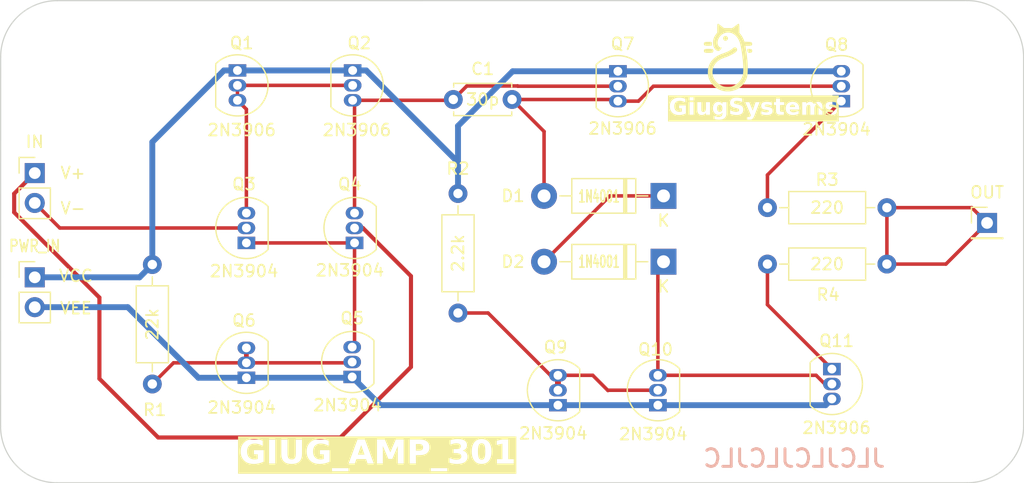
<source format=kicad_pcb>
(kicad_pcb (version 20240108) (generator "pcbnew") (generator_version "8.0")
  (title_block (title "Giug_Amp_301"))
  (layers (0 "F.Cu" signal) (31 "B.Cu" signal) (34 "B.Paste" user) (35 "F.Paste" user) (36 "B.SilkS" user "B.Silkscreen") (37 "F.SilkS" user "F.Silkscreen") (38 "B.Mask" user) (39 "F.Mask" user) (44 "Edge.Cuts" user))
  (net 0 "")
  (net 1 "Net-(D1-A)")
  (net 2 "Net-(D1-K)")
  (net 3 "Net-(D2-K)")
  (net 4 "V-")
  (net 5 "V+")
  (net 6 "VEE")
  (net 7 "VCC")
  (net 8 "OUT")
  (net 9 "Net-(Q1-B)")
  (net 10 "Net-(Q2-C)")
  (net 11 "Net-(Q3-E)")
  (net 12 "Net-(Q5-B)")
  (net 13 "Net-(Q8-E)")
  (net 14 "Net-(Q10-B)")
  (net 15 "Net-(Q11-E)")
  (footprint "Connector_PinHeader_2.54mm:PinHeader_1x02_P2.54mm_Vertical" (layer "F.Cu") (at 76 81.125)
    (property "Reference" "PWR_IN" (at 0 -2.66 0) (layer "F.SilkS") (effects (font (size 1 0.8))))
    (property "Value" "Conn_01x02_Pin" (hide yes))
    (fp_line (start -1.33 -1.33) (end 0 -1.33) (stroke (width 0.12)) (layer "F.SilkS"))
    (fp_line (start -1.33 0) (end -1.33 -1.33) (stroke (width 0.12)) (layer "F.SilkS"))
    (fp_line (start -1.33 1.27) (end -1.33 3.87) (stroke (width 0.12)) (layer "F.SilkS"))
    (fp_line (start -1.33 1.27) (end 1.33 1.27) (stroke (width 0.12)) (layer "F.SilkS"))
    (fp_line (start -1.33 3.87) (end 1.33 3.87) (stroke (width 0.12)) (layer "F.SilkS"))
    (fp_line (start 1.33 1.27) (end 1.33 3.87) (stroke (width 0.12)) (layer "F.SilkS"))
    (pad "1" thru_hole rect (at 0 0) (size 1.7 1.7) (drill 1) (layers "*.Cu" "*.Mask") (net 7 "VCC"))
    (pad "2" thru_hole oval (at 0 2.54) (size 1.7 1.7) (drill 1) (layers "*.Cu" "*.Mask") (net 6 "VEE"))
  )
  (footprint "Connector_PinHeader_2.54mm:PinHeader_1x01_P2.54mm_Vertical" (layer "F.Cu") (at 157 76.5)
    (property "Reference" "OUT" (at 0 -2.6 0) (layer "F.SilkS"))
    (property "Value" "Conn_01x01_Pin" (hide yes))
    (fp_line (start -1.33 -1.33) (end 0 -1.33) (stroke (width 0.12)) (layer "F.SilkS"))
    (fp_line (start -1.33 0) (end -1.33 -1.33) (stroke (width 0.12)) (layer "F.SilkS"))
    (fp_line (start -1.33 1.27) (end -1.33 1.33) (stroke (width 0.12)) (layer "F.SilkS"))
    (fp_line (start -1.33 1.27) (end 1.33 1.27) (stroke (width 0.12)) (layer "F.SilkS"))
    (fp_line (start -1.33 1.33) (end 1.33 1.33) (stroke (width 0.12)) (layer "F.SilkS"))
    (fp_line (start 1.33 1.27) (end 1.33 1.33) (stroke (width 0.12)) (layer "F.SilkS"))
    (pad "1" thru_hole rect (at 0 0) (size 1.7 1.7) (drill 1) (layers "*.Cu" "*.Mask") (net 8 "OUT"))
  )
  (footprint "Diode_THT:D_DO-41_SOD81_P10.16mm_Horizontal" (layer "F.Cu") (at 129.48 79.8 180)
    (property "Reference" "D2" (at 12.8 0 0) (layer "F.SilkS"))
    (property "Value" "1N4001" (at 5.48 0 0) (layer "F.SilkS") (effects (font (size 1 0.6))))
    (fp_line (start 8.82 0) (end 7.8 0) (stroke (width 0.12)) (layer "F.SilkS"))
    (fp_line (start 7.8 1.47) (end 7.8 -1.47) (stroke (width 0.12)) (layer "F.SilkS"))
    (fp_line (start 7.8 -1.47) (end 2.36 -1.47) (stroke (width 0.12)) (layer "F.SilkS"))
    (fp_line (start 3.38 -1.47) (end 3.38 1.47) (stroke (width 0.12)) (layer "F.SilkS"))
    (fp_line (start 3.26 -1.47) (end 3.26 1.47) (stroke (width 0.12)) (layer "F.SilkS"))
    (fp_line (start 3.14 -1.47) (end 3.14 1.47) (stroke (width 0.12)) (layer "F.SilkS"))
    (fp_line (start 2.36 1.47) (end 7.8 1.47) (stroke (width 0.12)) (layer "F.SilkS"))
    (fp_line (start 2.36 -1.47) (end 2.36 1.47) (stroke (width 0.12)) (layer "F.SilkS"))
    (fp_line (start 1.34 0) (end 2.36 0) (stroke (width 0.12)) (layer "F.SilkS"))
    (fp_text user "K" (at 0 -2.1 0) (layer "F.SilkS"))
    (pad "1" thru_hole rect (at 0 0 180) (size 2.2 2.2) (drill 1.1) (layers "*.Cu" "*.Mask") (net 3 "Net-(D2-K)"))
    (pad "2" thru_hole oval (at 10.16 0 180) (size 2.2 2.2) (drill 1.1) (layers "*.Cu" "*.Mask") (net 2 "Net-(D1-K)"))
  )
  (footprint "MountingHole:MountingHole_3.2mm_M3" (layer "F.Cu") (at 77.8 62.4)
    (property "Reference" "H1" (hide yes))
    (property "Value" "MountingHole" (hide yes))
    (pad "" np_thru_hole circle (at 0 0) (size 3.2 3.2) (drill 3.2) (layers "*.Cu" "*.Mask"))
  )
  (footprint "Package_TO_SOT_THT:TO-92_Inline" (layer "F.Cu") (at 144.6 66.14 90)
    (property "Reference" "Q8" (at 4.8 -0.4 180) (layer "F.SilkS"))
    (property "Value" "2N3904" (at -2.4 -0.4 180) (layer "F.SilkS"))
    (fp_line (start -0.53 1.85) (end 3.07 1.85) (stroke (width 0.12)) (layer "F.SilkS"))
    (fp_arc (start 1.27 -2.6) (mid 3.672087 -0.994977) (end 3.108478 1.838478) (stroke (width 0.12)) (layer "F.SilkS"))
    (fp_arc (start -0.568478 1.838478) (mid -1.132087 -0.994977) (end 1.27 -2.6) (stroke (width 0.12)) (layer "F.SilkS"))
    (pad "1" thru_hole rect (at 0 0 90) (size 1.05 1.5) (drill 0.75) (layers "*.Cu" "*.Mask") (net 13 "Net-(Q8-E)"))
    (pad "2" thru_hole oval (at 1.27 0 90) (size 1.05 1.5) (drill 0.75) (layers "*.Cu" "*.Mask") (net 1 "Net-(D1-A)"))
    (pad "3" thru_hole oval (at 2.54 0 90) (size 1.05 1.5) (drill 0.75) (layers "*.Cu" "*.Mask") (net 7 "VCC"))
  )
  (footprint "Package_TO_SOT_THT:TO-92_Inline" (layer "F.Cu") (at 94 78.2 90)
    (property "Reference" "Q3" (at 5 -0.2 180) (layer "F.SilkS"))
    (property "Value" "2N3904" (at -2.4 -0.2 180) (layer "F.SilkS"))
    (fp_line (start -0.53 1.85) (end 3.07 1.85) (stroke (width 0.12)) (layer "F.SilkS"))
    (fp_arc (start 1.27 -2.6) (mid 3.672087 -0.994977) (end 3.108478 1.838478) (stroke (width 0.12)) (layer "F.SilkS"))
    (fp_arc (start -0.568478 1.838478) (mid -1.132087 -0.994977) (end 1.27 -2.6) (stroke (width 0.12)) (layer "F.SilkS"))
    (pad "1" thru_hole rect (at 0 0 90) (size 1.05 1.5) (drill 0.75) (layers "*.Cu" "*.Mask") (net 11 "Net-(Q3-E)"))
    (pad "2" thru_hole oval (at 1.27 0 90) (size 1.05 1.5) (drill 0.75) (layers "*.Cu" "*.Mask") (net 4 "V-"))
    (pad "3" thru_hole oval (at 2.54 0 90) (size 1.05 1.5) (drill 0.75) (layers "*.Cu" "*.Mask") (net 9 "Net-(Q1-B)"))
  )
  (footprint "Package_TO_SOT_THT:TO-92_Inline" (layer "F.Cu") (at 94 89.67 90)
    (property "Reference" "Q6" (at 4.87 -0.2 180) (layer "F.SilkS"))
    (property "Value" "2N3904" (at -2.53 -0.4 180) (layer "F.SilkS"))
    (fp_line (start -0.53 1.85) (end 3.07 1.85) (stroke (width 0.12)) (layer "F.SilkS"))
    (fp_arc (start 1.27 -2.6) (mid 3.672087 -0.994977) (end 3.108478 1.838478) (stroke (width 0.12)) (layer "F.SilkS"))
    (fp_arc (start -0.568478 1.838478) (mid -1.132087 -0.994977) (end 1.27 -2.6) (stroke (width 0.12)) (layer "F.SilkS"))
    (pad "1" thru_hole rect (at 0 0 90) (size 1.05 1.5) (drill 0.75) (layers "*.Cu" "*.Mask") (net 6 "VEE"))
    (pad "2" thru_hole oval (at 1.27 0 90) (size 1.05 1.5) (drill 0.75) (layers "*.Cu" "*.Mask") (net 12 "Net-(Q5-B)"))
    (pad "3" thru_hole oval (at 2.54 0 90) (size 1.05 1.5) (drill 0.75) (layers "*.Cu" "*.Mask") (net 12 "Net-(Q5-B)"))
  )
  (footprint "Package_TO_SOT_THT:TO-92_Inline" (layer "F.Cu") (at 129 92 90)
    (property "Reference" "Q10" (at 4.74 -0.2 180) (layer "F.SilkS"))
    (property "Value" "2N3904" (at -2.46 -0.4 180) (layer "F.SilkS"))
    (fp_line (start -0.53 1.85) (end 3.07 1.85) (stroke (width 0.12)) (layer "F.SilkS"))
    (fp_arc (start 1.27 -2.6) (mid 3.672087 -0.994977) (end 3.108478 1.838478) (stroke (width 0.12)) (layer "F.SilkS"))
    (fp_arc (start -0.568478 1.838478) (mid -1.132087 -0.994977) (end 1.27 -2.6) (stroke (width 0.12)) (layer "F.SilkS"))
    (pad "1" thru_hole rect (at 0 0 90) (size 1.05 1.5) (drill 0.75) (layers "*.Cu" "*.Mask") (net 6 "VEE"))
    (pad "2" thru_hole oval (at 1.27 0 90) (size 1.05 1.5) (drill 0.75) (layers "*.Cu" "*.Mask") (net 14 "Net-(Q10-B)"))
    (pad "3" thru_hole oval (at 2.54 0 90) (size 1.05 1.5) (drill 0.75) (layers "*.Cu" "*.Mask") (net 3 "Net-(D2-K)"))
  )
  (footprint "Package_TO_SOT_THT:TO-92_Inline" (layer "F.Cu") (at 120.5 92 90)
    (property "Reference" "Q9" (at 4.94 -0.2 180) (layer "F.SilkS"))
    (property "Value" "2N3904" (at -2.4 -0.4 180) (layer "F.SilkS"))
    (fp_line (start -0.53 1.85) (end 3.07 1.85) (stroke (width 0.12)) (layer "F.SilkS"))
    (fp_arc (start 1.27 -2.6) (mid 3.672087 -0.994977) (end 3.108478 1.838478) (stroke (width 0.12)) (layer "F.SilkS"))
    (fp_arc (start -0.568478 1.838478) (mid -1.132087 -0.994977) (end 1.27 -2.6) (stroke (width 0.12)) (layer "F.SilkS"))
    (pad "1" thru_hole rect (at 0 0 90) (size 1.05 1.5) (drill 0.75) (layers "*.Cu" "*.Mask") (net 6 "VEE"))
    (pad "2" thru_hole oval (at 1.27 0 90) (size 1.05 1.5) (drill 0.75) (layers "*.Cu" "*.Mask") (net 14 "Net-(Q10-B)"))
    (pad "3" thru_hole oval (at 2.54 0 90) (size 1.05 1.5) (drill 0.75) (layers "*.Cu" "*.Mask") (net 14 "Net-(Q10-B)"))
  )
  (footprint "Package_TO_SOT_THT:TO-92_Inline" (layer "F.Cu") (at 125.6 63.6 -90)
    (property "Reference" "Q7" (at -2.33 -0.4 180) (layer "F.SilkS"))
    (property "Value" "2N3906" (at 4.87 -0.4 180) (layer "F.SilkS"))
    (fp_line (start -0.53 1.85) (end 3.07 1.85) (stroke (width 0.12)) (layer "F.SilkS"))
    (fp_arc (start -0.568478 1.838478) (mid -1.132087 -0.994977) (end 1.27 -2.6) (stroke (width 0.12)) (layer "F.SilkS"))
    (fp_arc (start 1.27 -2.6) (mid 3.672087 -0.994977) (end 3.108478 1.838478) (stroke (width 0.12)) (layer "F.SilkS"))
    (pad "1" thru_hole rect (at 0 0 270) (size 1.05 1.5) (drill 0.75) (layers "*.Cu" "*.Mask") (net 7 "VCC"))
    (pad "2" thru_hole oval (at 1.27 0 270) (size 1.05 1.5) (drill 0.75) (layers "*.Cu" "*.Mask") (net 10 "Net-(Q2-C)"))
    (pad "3" thru_hole oval (at 2.54 0 270) (size 1.05 1.5) (drill 0.75) (layers "*.Cu" "*.Mask") (net 1 "Net-(D1-A)"))
  )
  (footprint "Package_TO_SOT_THT:TO-92_Inline" (layer "F.Cu") (at 143.8 88.93 -90)
    (property "Reference" "Q11" (at -2.4 -0.4 180) (layer "F.SilkS"))
    (property "Value" "2N3906" (at 5 -0.4 180) (layer "F.SilkS"))
    (fp_line (start -0.53 1.85) (end 3.07 1.85) (stroke (width 0.12)) (layer "F.SilkS"))
    (fp_arc (start -0.568478 1.838478) (mid -1.132087 -0.994977) (end 1.27 -2.6) (stroke (width 0.12)) (layer "F.SilkS"))
    (fp_arc (start 1.27 -2.6) (mid 3.672087 -0.994977) (end 3.108478 1.838478) (stroke (width 0.12)) (layer "F.SilkS"))
    (pad "1" thru_hole rect (at 0 0 270) (size 1.05 1.5) (drill 0.75) (layers "*.Cu" "*.Mask") (net 15 "Net-(Q11-E)"))
    (pad "2" thru_hole oval (at 1.27 0 270) (size 1.05 1.5) (drill 0.75) (layers "*.Cu" "*.Mask") (net 3 "Net-(D2-K)"))
    (pad "3" thru_hole oval (at 2.54 0 270) (size 1.05 1.5) (drill 0.75) (layers "*.Cu" "*.Mask") (net 6 "VEE"))
  )
  (footprint "Diode_THT:D_DO-41_SOD81_P10.16mm_Horizontal" (layer "F.Cu") (at 129.48 74.2 180)
    (property "Reference" "D1" (at 12.8 0 0) (layer "F.SilkS"))
    (property "Value" "1N4001" (at 5.48 -0.05 0) (layer "F.SilkS") (effects (font (size 1 0.6))))
    (fp_line (start 8.82 0) (end 7.8 0) (stroke (width 0.12)) (layer "F.SilkS"))
    (fp_line (start 7.8 1.47) (end 7.8 -1.47) (stroke (width 0.12)) (layer "F.SilkS"))
    (fp_line (start 7.8 -1.47) (end 2.36 -1.47) (stroke (width 0.12)) (layer "F.SilkS"))
    (fp_line (start 3.38 -1.47) (end 3.38 1.47) (stroke (width 0.12)) (layer "F.SilkS"))
    (fp_line (start 3.26 -1.47) (end 3.26 1.47) (stroke (width 0.12)) (layer "F.SilkS"))
    (fp_line (start 3.14 -1.47) (end 3.14 1.47) (stroke (width 0.12)) (layer "F.SilkS"))
    (fp_line (start 2.36 1.47) (end 7.8 1.47) (stroke (width 0.12)) (layer "F.SilkS"))
    (fp_line (start 2.36 -1.47) (end 2.36 1.47) (stroke (width 0.12)) (layer "F.SilkS"))
    (fp_line (start 1.34 0) (end 2.36 0) (stroke (width 0.12)) (layer "F.SilkS"))
    (fp_text user "K" (at 0 -2.1 0) (layer "F.SilkS"))
    (pad "1" thru_hole rect (at 0 0 180) (size 2.2 2.2) (drill 1.1) (layers "*.Cu" "*.Mask") (net 2 "Net-(D1-K)"))
    (pad "2" thru_hole oval (at 10.16 0 180) (size 2.2 2.2) (drill 1.1) (layers "*.Cu" "*.Mask") (net 1 "Net-(D1-A)"))
  )
  (footprint "Capacitor_THT:C_Disc_D4.7mm_W2.5mm_P5.00mm" (layer "F.Cu") (at 116.6 66 180)
    (property "Reference" "C1" (at 2.5 2.6 0) (layer "F.SilkS"))
    (property "Value" "30p" (at 2.5 0 0) (layer "F.SilkS"))
    (fp_line (start 4.97 1.055) (end 4.97 1.37) (stroke (width 0.12)) (layer "F.SilkS"))
    (fp_line (start 4.97 -1.37) (end 4.97 -1.055) (stroke (width 0.12)) (layer "F.SilkS"))
    (fp_line (start 0.03 1.37) (end 4.97 1.37) (stroke (width 0.12)) (layer "F.SilkS"))
    (fp_line (start 0.03 1.055) (end 0.03 1.37) (stroke (width 0.12)) (layer "F.SilkS"))
    (fp_line (start 0.03 -1.37) (end 4.97 -1.37) (stroke (width 0.12)) (layer "F.SilkS"))
    (fp_line (start 0.03 -1.37) (end 0.03 -1.055) (stroke (width 0.12)) (layer "F.SilkS"))
    (pad "1" thru_hole circle (at 0 0 180) (size 1.6 1.6) (drill 0.8) (layers "*.Cu" "*.Mask") (net 1 "Net-(D1-A)"))
    (pad "2" thru_hole circle (at 5 0 180) (size 1.6 1.6) (drill 0.8) (layers "*.Cu" "*.Mask") (net 10 "Net-(Q2-C)"))
  )
  (footprint "Package_TO_SOT_THT:TO-92_Inline" (layer "F.Cu") (at 103.04 63.53 -90)
    (property "Reference" "Q2" (at -2.33 -0.56 180) (layer "F.SilkS"))
    (property "Value" "2N3906" (at 5.07 -0.36 180) (layer "F.SilkS"))
    (fp_line (start -0.53 1.85) (end 3.07 1.85) (stroke (width 0.12)) (layer "F.SilkS"))
    (fp_arc (start -0.568478 1.838478) (mid -1.132087 -0.994977) (end 1.27 -2.6) (stroke (width 0.12)) (layer "F.SilkS"))
    (fp_arc (start 1.27 -2.6) (mid 3.672087 -0.994977) (end 3.108478 1.838478) (stroke (width 0.12)) (layer "F.SilkS"))
    (pad "1" thru_hole rect (at 0 0 270) (size 1.05 1.5) (drill 0.75) (layers "*.Cu" "*.Mask") (net 7 "VCC"))
    (pad "2" thru_hole oval (at 1.27 0 270) (size 1.05 1.5) (drill 0.75) (layers "*.Cu" "*.Mask") (net 9 "Net-(Q1-B)"))
    (pad "3" thru_hole oval (at 2.54 0 270) (size 1.05 1.5) (drill 0.75) (layers "*.Cu" "*.Mask") (net 10 "Net-(Q2-C)"))
  )
  (footprint "MountingHole:MountingHole_3.2mm_M3" (layer "F.Cu") (at 77.8 93.8)
    (property "Reference" "H2" (hide yes))
    (property "Value" "MountingHole" (hide yes))
    (pad "" np_thru_hole circle (at 0 0) (size 3.2 3.2) (drill 3.2) (layers "*.Cu" "*.Mask"))
  )
  (footprint "Resistor_THT:R_Axial_DIN0207_L6.3mm_D2.5mm_P10.16mm_Horizontal" (layer "F.Cu") (at 138.32 75.2)
    (property "Reference" "R3" (at 5.08 -2.37 0) (layer "F.SilkS"))
    (property "Value" "220" (at 5.08 0 0) (layer "F.SilkS"))
    (fp_line (start 1.04 0) (end 1.81 0) (stroke (width 0.12)) (layer "F.SilkS"))
    (fp_line (start 1.81 -1.37) (end 1.81 1.37) (stroke (width 0.12)) (layer "F.SilkS"))
    (fp_line (start 1.81 1.37) (end 8.35 1.37) (stroke (width 0.12)) (layer "F.SilkS"))
    (fp_line (start 8.35 -1.37) (end 1.81 -1.37) (stroke (width 0.12)) (layer "F.SilkS"))
    (fp_line (start 8.35 1.37) (end 8.35 -1.37) (stroke (width 0.12)) (layer "F.SilkS"))
    (fp_line (start 9.12 0) (end 8.35 0) (stroke (width 0.12)) (layer "F.SilkS"))
    (pad "1" thru_hole circle (at 0 0) (size 1.6 1.6) (drill 0.8) (layers "*.Cu" "*.Mask") (net 13 "Net-(Q8-E)"))
    (pad "2" thru_hole oval (at 10.16 0) (size 1.6 1.6) (drill 0.8) (layers "*.Cu" "*.Mask") (net 8 "OUT"))
  )
  (footprint "Resistor_THT:R_Axial_DIN0207_L6.3mm_D2.5mm_P10.16mm_Horizontal" (layer "F.Cu") (at 86 80.04 -90)
    (property "Reference" "R1" (at 12.36 -0.2 180) (layer "F.SilkS"))
    (property "Value" "22k" (at 5.08 0 90) (layer "F.SilkS"))
    (fp_line (start 1.81 1.37) (end 8.35 1.37) (stroke (width 0.12)) (layer "F.SilkS"))
    (fp_line (start 8.35 1.37) (end 8.35 -1.37) (stroke (width 0.12)) (layer "F.SilkS"))
    (fp_line (start 1.04 0) (end 1.81 0) (stroke (width 0.12)) (layer "F.SilkS"))
    (fp_line (start 9.12 0) (end 8.35 0) (stroke (width 0.12)) (layer "F.SilkS"))
    (fp_line (start 1.81 -1.37) (end 1.81 1.37) (stroke (width 0.12)) (layer "F.SilkS"))
    (fp_line (start 8.35 -1.37) (end 1.81 -1.37) (stroke (width 0.12)) (layer "F.SilkS"))
    (pad "1" thru_hole circle (at 0 0 270) (size 1.6 1.6) (drill 0.8) (layers "*.Cu" "*.Mask") (net 7 "VCC"))
    (pad "2" thru_hole oval (at 10.16 0 270) (size 1.6 1.6) (drill 0.8) (layers "*.Cu" "*.Mask") (net 12 "Net-(Q5-B)"))
  )
  (footprint "MountingHole:MountingHole_3.2mm_M3" (layer "F.Cu") (at 155.6 62.2)
    (property "Reference" "H3" (hide yes))
    (property "Value" "MountingHole" (hide yes))
    (pad "" np_thru_hole circle (at 0 0) (size 3.2 3.2) (drill 3.2) (layers "*.Cu" "*.Mask"))
  )
  (footprint "Package_TO_SOT_THT:TO-92_Inline" (layer "F.Cu") (at 103.2 78.2 90)
    (property "Reference" "Q4" (at 5 -0.4 180) (layer "F.SilkS"))
    (property "Value" "2N3904" (at -2.33 -0.4 180) (layer "F.SilkS"))
    (fp_line (start -0.53 1.85) (end 3.07 1.85) (stroke (width 0.12)) (layer "F.SilkS"))
    (fp_arc (start 1.27 -2.6) (mid 3.672087 -0.994977) (end 3.108478 1.838478) (stroke (width 0.12)) (layer "F.SilkS"))
    (fp_arc (start -0.568478 1.838478) (mid -1.132087 -0.994977) (end 1.27 -2.6) (stroke (width 0.12)) (layer "F.SilkS"))
    (pad "1" thru_hole rect (at 0 0 90) (size 1.05 1.5) (drill 0.75) (layers "*.Cu" "*.Mask") (net 11 "Net-(Q3-E)"))
    (pad "2" thru_hole oval (at 1.27 0 90) (size 1.05 1.5) (drill 0.75) (layers "*.Cu" "*.Mask") (net 5 "V+"))
    (pad "3" thru_hole oval (at 2.54 0 90) (size 1.05 1.5) (drill 0.75) (layers "*.Cu" "*.Mask") (net 10 "Net-(Q2-C)"))
  )
  (footprint "Connector_PinHeader_2.54mm:PinHeader_1x02_P2.54mm_Vertical" (layer "F.Cu") (at 76 72.26)
    (property "Reference" "IN" (at 0 -2.66 0) (layer "F.SilkS"))
    (property "Value" "Conn_01x02_Pin" (hide yes))
    (fp_line (start -1.33 -1.33) (end 0 -1.33) (stroke (width 0.12)) (layer "F.SilkS"))
    (fp_line (start -1.33 0) (end -1.33 -1.33) (stroke (width 0.12)) (layer "F.SilkS"))
    (fp_line (start -1.33 1.27) (end -1.33 3.87) (stroke (width 0.12)) (layer "F.SilkS"))
    (fp_line (start -1.33 1.27) (end 1.33 1.27) (stroke (width 0.12)) (layer "F.SilkS"))
    (fp_line (start -1.33 3.87) (end 1.33 3.87) (stroke (width 0.12)) (layer "F.SilkS"))
    (fp_line (start 1.33 1.27) (end 1.33 3.87) (stroke (width 0.12)) (layer "F.SilkS"))
    (pad "1" thru_hole rect (at 0 0) (size 1.7 1.7) (drill 1) (layers "*.Cu" "*.Mask") (net 5 "V+"))
    (pad "2" thru_hole oval (at 0 2.54) (size 1.7 1.7) (drill 1) (layers "*.Cu" "*.Mask") (net 4 "V-"))
  )
  (footprint "MountingHole:MountingHole_3.2mm_M3" (layer "F.Cu") (at 155.6 94.2)
    (property "Reference" "H4" (hide yes))
    (property "Value" "MountingHole" (hide yes))
    (pad "" np_thru_hole circle (at 0 0) (size 3.2 3.2) (drill 3.2) (layers "*.Cu" "*.Mask"))
  )
  (footprint "LOGO" (layer "F.Cu") (at 134.95 62.475)
    (property "Reference" "G***" (hide yes))
    (property "Value" "LOGO" (hide yes))
    (fp_poly (pts (xy -0.159379 -1.889864) (xy -0.10376 -1.863167) (xy -0.048067 -1.814183) (xy -0.003405 -1.755394) (xy 0.019118 -1.699279) (xy 0.02 -1.688311) (xy 0.003345 -1.606771) (xy -0.040923 -1.538424) (xy -0.104259 -1.488898) (xy -0.178116 -1.463823) (xy -0.253951 -1.468828) (xy -0.289753 -1.484262) (xy -0.353294 -1.541138) (xy -0.39147 -1.616755) (xy -0.401321 -1.699438) (xy -0.379882 -1.777515) (xy -0.368786 -1.795665) (xy -0.311246 -1.85123) (xy -0.238531 -1.885375) (xy -0.166112 -1.891139)) (fill solid) (layer "F.SilkS"))
    (fp_poly (pts (xy 1.903687 -0.778737) (xy 1.957514 -0.773232) (xy 1.993403 -0.76091) (xy 2.022367 -0.739195) (xy 2.030909 -0.73091) (xy 2.07191 -0.666032) (xy 2.08 -0.61) (xy 2.064408 -0.530139) (xy 2.01769 -0.475364) (xy 1.939928 -0.445742) (xy 1.87 -0.44) (xy 1.798296 -0.443475) (xy 1.751051 -0.456986) (xy 1.713088 -0.485162) (xy 1.70909 -0.489091) (xy 1.680423 -0.524546) (xy 1.665517 -0.566508) (xy 1.660294 -0.629099) (xy 1.66 -0.659091) (xy 1.66 -0.78) (xy 1.820909 -0.78)) (fill solid) (layer "F.SilkS"))
    (fp_poly (pts (xy -1.528691 -1.379819) (xy -1.450142 -1.37631) (xy -1.399878 -1.365029) (xy -1.372048 -1.341533) (xy -1.360803 -1.301376) (xy -1.360294 -1.240114) (xy -1.363878 -1.169167) (xy -1.37 -1.05) (xy -1.651631 -1.044472) (xy -1.764379 -1.042693) (xy -1.844568 -1.043058) (xy -1.899617 -1.046373) (xy -1.936945 -1.053446) (xy -1.963971 -1.065084) (xy -1.986631 -1.080924) (xy -2.029055 -1.131058) (xy -2.04 -1.189816) (xy -2.035377 -1.255302) (xy -2.018246 -1.304116) (xy -1.983719 -1.338588) (xy -1.926909 -1.361053) (xy -1.842926 -1.373842) (xy -1.726882 -1.379288) (xy -1.641375 -1.38)) (fill solid) (layer "F.SilkS"))
    (fp_poly (pts (xy -1.511587 -0.779593) (xy -1.425633 -0.777873) (xy -1.366422 -0.774093) (xy -1.327326 -0.767506) (xy -1.301718 -0.757366) (xy -1.282973 -0.742926) (xy -1.280509 -0.740509) (xy -1.238764 -0.675815) (xy -1.226437 -0.603108) (xy -1.242225 -0.533783) (xy -1.284824 -0.479237) (xy -1.312293 -0.462595) (xy -1.353254 -0.453416) (xy -1.42755 -0.446297) (xy -1.528549 -0.441678) (xy -1.649618 -0.440001) (xy -1.651851 -0.44) (xy -1.765367 -0.440282) (xy -1.846023 -0.441817) (xy -1.900958 -0.445638) (xy -1.937311 -0.452779) (xy -1.962222 -0.464274) (xy -1.98283 -0.481157) (xy -1.99091 -0.489091) (xy -2.031911 -0.553969) (xy -2.04 -0.61) (xy -2.023679 -0.686304) (xy -1.99091 -0.73091) (xy -1.970822 -0.749509) (xy -1.949244 -0.762697) (xy -1.919361 -0.771403) (xy -1.874355 -0.776557) (xy -1.80741 -0.779087) (xy -1.71171 -0.779924) (xy -1.63091 -0.78)) (fill solid) (layer "F.SilkS"))
    (fp_poly (pts (xy 0.932728 -2.913659) (xy 0.951021 -2.891643) (xy 0.964127 -2.849466) (xy 0.972797 -2.78264) (xy 0.977781 -2.68668) (xy 0.979832 -2.557096) (xy 0.98 -2.492948) (xy 0.98 -2.143267) (xy 1.071473 -2.036634) (xy 1.184128 -1.883807) (xy 1.286705 -1.702133) (xy 1.361438 -1.532755) (xy 1.416923 -1.39) (xy 1.70026 -1.38) (xy 1.811946 -1.37582) (xy 1.890846 -1.371534) (xy 1.944152 -1.365707) (xy 1.979057 -1.356906) (xy 2.002752 -1.343695) (xy 2.02243 -1.324641) (xy 2.031798 -1.313885) (xy 2.072395 -1.241753) (xy 2.075606 -1.168235) (xy 2.041459 -1.100542) (xy 2.030909 -1.089091) (xy 2.008046 -1.068413) (xy 1.983151 -1.054534) (xy 1.948174 -1.046105) (xy 1.895068 -1.041775) (xy 1.815786 -1.040194) (xy 1.738292 -1.040001) (xy 1.494766 -1.040001) (xy 1.506466 -0.975) (xy 1.531333 -0.835386) (xy 1.55137 -0.718389) (xy 1.568214 -0.612971) (xy 1.5835 -0.508091) (xy 1.598863 -0.392712) (xy 1.615942 -0.255793) (xy 1.628739 -0.15) (xy 1.659664 0.131682) (xy 1.680988 0.38583) (xy 1.693331 0.623583) (xy 1.697313 0.856078) (xy 1.695037 1.040027) (xy 1.688703 1.221154) (xy 1.678116 1.371025) (xy 1.661482 1.498306) (xy 1.637008 1.611664) (xy 1.6029 1.719768) (xy 1.557366 1.831284) (xy 1.510908 1.93) (xy 1.384384 2.144036) (xy 1.228708 2.332833) (xy 1.047082 2.494665) (xy 0.842713 2.627809) (xy 0.618802 2.730543) (xy 0.378554 2.801142) (xy 0.125173 2.837882) (xy -0.138137 2.839042) (xy -0.174068 2.836395) (xy -0.426892 2.79615) (xy -0.667053 2.719829) (xy -0.891058 2.609878) (xy -1.095409 2.468739) (xy -1.276612 2.298858) (xy -1.431171 2.102678) (xy -1.555589 1.882644) (xy -1.563897 1.864611) (xy -1.63234 1.688727) (xy -1.675689 1.513196) (xy -1.696808 1.324038) (xy -1.7 1.2) (xy -1.683079 0.94936) (xy -1.631604 0.717323) (xy -1.544514 0.500618) (xy -1.420743 0.295972) (xy -1.394362 0.26) (xy -1.268627 0.110256) (xy -1.12987 -0.019973) (xy -0.972466 -0.134385) (xy -0.790785 -0.236674) (xy -0.5792 -0.330537) (xy -0.388052 -0.400872) (xy -0.147983 -0.491017) (xy 0.060283 -0.586005) (xy 0.233775 -0.68437) (xy 0.34 -0.760049) (xy 0.408462 -0.8129) (xy 0.472311 -0.858899) (xy 0.519706 -0.889586) (xy 0.526459 -0.893292) (xy 0.600475 -0.912999) (xy 0.669871 -0.899706) (xy 0.728843 -0.860395) (xy 0.771588 -0.80205) (xy 0.792305 -0.731653) (xy 0.78519 -0.656185) (xy 0.763274 -0.60833) (xy 0.702093 -0.535968) (xy 0.607155 -0.456843) (xy 0.483522 -0.373841) (xy 0.336259 -0.289845) (xy 0.170427 -0.207739) (xy -0.00891 -0.130407) (xy -0.196691 -0.060733) (xy -0.2 -0.059607) (xy -0.308492 -0.021054) (xy -0.416946 0.020377) (xy -0.512491 0.059604) (xy -0.58001 0.090417) (xy -0.782649 0.211357) (xy -0.953577 0.354706) (xy -1.091652 0.518703) (xy -1.195733 0.701582) (xy -1.264676 0.901583) (xy -1.297339 1.116942) (xy -1.3 1.201472) (xy -1.288933 1.403301) (xy -1.253405 1.579469) (xy -1.189928 1.738356) (xy -1.095013 1.88834) (xy -0.965172 2.037802) (xy -0.942171 2.060988) (xy -0.787964 2.198256) (xy -0.632344 2.302626) (xy -0.465275 2.380262) (xy -0.37 2.412275) (xy -0.276642 2.431618) (xy -0.157671 2.443903) (xy -0.025294 2.449088) (xy 0.10828 2.447129) (xy 0.230843 2.437982) (xy 0.330186 2.421606) (xy 0.355054 2.414839) (xy 0.549728 2.335293) (xy 0.73328 2.223795) (xy 0.898861 2.086112) (xy 1.039622 1.928014) (xy 1.148715 1.755271) (xy 1.156477 1.739752) (xy 1.211834 1.619158) (xy 1.25237 1.509733) (xy 1.280636 1.400257) (xy 1.299184 1.27951) (xy 1.310563 1.136273) (xy 1.314686 1.043995) (xy 1.316029 0.876389) (xy 1.309592 0.680461) (xy 1.296192 0.46282) (xy 1.276648 0.23007) (xy 1.251777 -0.011181) (xy 1.222398 -0.254327) (xy 1.189329 -0.492762) (xy 1.153387 -0.719879) (xy 1.115391 -0.929072) (xy 1.076159 -1.113733) (xy 1.036508 -1.267258) (xy 1.023051 -1.31127) (xy 0.940824 -1.517136) (xy 0.834897 -1.701479) (xy 0.708618 -1.860467) (xy 0.565336 -1.990265) (xy 0.408399 -2.087038) (xy 0.310664 -2.127122) (xy 0.127273 -2.168652) (xy -0.055585 -2.171562) (xy -0.233118 -2.137003) (xy -0.400533 -2.066128) (xy -0.553039 -1.960089) (xy -0.611396 -1.905441) (xy -0.72071 -1.771939) (xy -0.803556 -1.62444) (xy -0.856738 -1.470914) (xy -0.877059 -1.319331) (xy -0.874265 -1.250211) (xy -0.848112 -1.128789) (xy -0.799261 -1.028274) (xy -0.731805 -0.95362) (xy -0.649836 -0.90978) (xy -0.585 -0.900075) (xy -0.540731 -0.896896) (xy -0.52018 -0.889255) (xy -0.52 -0.88839) (xy -0.531513 -0.861155) (xy -0.561032 -0.813562) (xy -0.601034 -0.756044) (xy -0.643993 -0.699035) (xy -0.682384 -0.652966) (xy -0.706678 -0.629574) (xy -0.772294 -0.604748) (xy -0.853131 -0.603578) (xy -0.932145 -0.626081) (xy -0.938704 -0.62933) (xy -1.006708 -0.678923) (xy -1.078283 -0.75467) (xy -1.144025 -0.844885) (xy -1.19453 -0.937884) (xy -1.202469 -0.957059) (xy -1.233677 -1.06671) (xy -1.251759 -1.20385) (xy -1.255304 -1.261053) (xy -1.25037 -1.463351) (xy -1.213749 -1.647399) (xy -1.143039 -1.820434) (xy -1.035839 -1.989691) (xy -0.996648 -2.040264) (xy -0.9 -2.160202) (xy -0.9 -2.517652) (xy -0.899471 -2.649698) (xy -0.897591 -2.74723) (xy -0.893924 -2.815721) (xy -0.888036 -2.860647) (xy -0.879489 -2.887482) (xy -0.869525 -2.900396) (xy -0.852266 -2.911801) (xy -0.832645 -2.914723) (xy -0.805659 -2.906399) (xy -0.766306 -2.884065) (xy -0.709584 -2.844959) (xy -0.63049 -2.786318) (xy -0.543897 -2.720547) (xy -0.321769 -2.551093) (xy -0.015885 -2.550518) (xy 0.092584 -2.549369) (xy 0.188205 -2.546586) (xy 0.26321 -2.542531) (xy 0.309827 -2.537564) (xy 0.32 -2.534885) (xy 0.345991 -2.53866) (xy 0.396181 -2.565251) (xy 0.472322 -2.615761) (xy 0.576166 -2.691289) (xy 0.6142 -2.719914) (xy 0.704363 -2.786876) (xy 0.785031 -2.844315) (xy 0.850221 -2.888164) (xy 0.893948 -2.914353) (xy 0.908497 -2.92)) (fill solid) (layer "F.SilkS"))
  )
  (footprint "Package_TO_SOT_THT:TO-92_Inline" (layer "F.Cu") (at 93.24 63.53 -90)
    (property "Reference" "Q1" (at -2.33 -0.36 180) (layer "F.SilkS"))
    (property "Value" "2N3906" (at 5.07 -0.36 180) (layer "F.SilkS"))
    (fp_line (start -0.53 1.85) (end 3.07 1.85) (stroke (width 0.12)) (layer "F.SilkS"))
    (fp_arc (start -0.568478 1.838478) (mid -1.132087 -0.994977) (end 1.27 -2.6) (stroke (width 0.12)) (layer "F.SilkS"))
    (fp_arc (start 1.27 -2.6) (mid 3.672087 -0.994977) (end 3.108478 1.838478) (stroke (width 0.12)) (layer "F.SilkS"))
    (pad "1" thru_hole rect (at 0 0 270) (size 1.05 1.5) (drill 0.75) (layers "*.Cu" "*.Mask") (net 7 "VCC"))
    (pad "2" thru_hole oval (at 1.27 0 270) (size 1.05 1.5) (drill 0.75) (layers "*.Cu" "*.Mask") (net 9 "Net-(Q1-B)"))
    (pad "3" thru_hole oval (at 2.54 0 270) (size 1.05 1.5) (drill 0.75) (layers "*.Cu" "*.Mask") (net 9 "Net-(Q1-B)"))
  )
  (footprint "Resistor_THT:R_Axial_DIN0207_L6.3mm_D2.5mm_P10.16mm_Horizontal" (layer "F.Cu") (at 148.48 80 180)
    (property "Reference" "R4" (at 5 -2.6 0) (layer "F.SilkS"))
    (property "Value" "220" (at 5.08 0 0) (layer "F.SilkS"))
    (fp_line (start 9.12 0) (end 8.35 0) (stroke (width 0.12)) (layer "F.SilkS"))
    (fp_line (start 8.35 1.37) (end 8.35 -1.37) (stroke (width 0.12)) (layer "F.SilkS"))
    (fp_line (start 8.35 -1.37) (end 1.81 -1.37) (stroke (width 0.12)) (layer "F.SilkS"))
    (fp_line (start 1.81 1.37) (end 8.35 1.37) (stroke (width 0.12)) (layer "F.SilkS"))
    (fp_line (start 1.81 -1.37) (end 1.81 1.37) (stroke (width 0.12)) (layer "F.SilkS"))
    (fp_line (start 1.04 0) (end 1.81 0) (stroke (width 0.12)) (layer "F.SilkS"))
    (pad "1" thru_hole circle (at 0 0 180) (size 1.6 1.6) (drill 0.8) (layers "*.Cu" "*.Mask") (net 8 "OUT"))
    (pad "2" thru_hole oval (at 10.16 0 180) (size 1.6 1.6) (drill 0.8) (layers "*.Cu" "*.Mask") (net 15 "Net-(Q11-E)"))
  )
  (footprint "Package_TO_SOT_THT:TO-92_Inline" (layer "F.Cu") (at 103 89.6 90)
    (property "Reference" "Q5" (at 5 0 180) (layer "F.SilkS"))
    (property "Value" "2N3904" (at -2.4 -0.4 180) (layer "F.SilkS"))
    (fp_line (start -0.53 1.85) (end 3.07 1.85) (stroke (width 0.12)) (layer "F.SilkS"))
    (fp_arc (start 1.27 -2.6) (mid 3.672087 -0.994977) (end 3.108478 1.838478) (stroke (width 0.12)) (layer "F.SilkS"))
    (fp_arc (start -0.568478 1.838478) (mid -1.132087 -0.994977) (end 1.27 -2.6) (stroke (width 0.12)) (layer "F.SilkS"))
    (pad "1" thru_hole rect (at 0 0 90) (size 1.05 1.5) (drill 0.75) (layers "*.Cu" "*.Mask") (net 6 "VEE"))
    (pad "2" thru_hole oval (at 1.27 0 90) (size 1.05 1.5) (drill 0.75) (layers "*.Cu" "*.Mask") (net 12 "Net-(Q5-B)"))
    (pad "3" thru_hole oval (at 2.54 0 90) (size 1.05 1.5) (drill 0.75) (layers "*.Cu" "*.Mask") (net 11 "Net-(Q3-E)"))
  )
  (footprint "Resistor_THT:R_Axial_DIN0207_L6.3mm_D2.5mm_P10.16mm_Horizontal" (layer "F.Cu") (at 112 74 -90)
    (property "Reference" "R2" (at -2.12 0 0) (layer "F.SilkS"))
    (property "Value" "2.2k" (at 5.08 0 90) (layer "F.SilkS"))
    (fp_line (start 1.81 1.37) (end 8.35 1.37) (stroke (width 0.12)) (layer "F.SilkS"))
    (fp_line (start 8.35 1.37) (end 8.35 -1.37) (stroke (width 0.12)) (layer "F.SilkS"))
    (fp_line (start 1.04 0) (end 1.81 0) (stroke (width 0.12)) (layer "F.SilkS"))
    (fp_line (start 9.12 0) (end 8.35 0) (stroke (width 0.12)) (layer "F.SilkS"))
    (fp_line (start 1.81 -1.37) (end 1.81 1.37) (stroke (width 0.12)) (layer "F.SilkS"))
    (fp_line (start 8.35 -1.37) (end 1.81 -1.37) (stroke (width 0.12)) (layer "F.SilkS"))
    (pad "1" thru_hole circle (at 0 0 270) (size 1.6 1.6) (drill 0.8) (layers "*.Cu" "*.Mask") (net 7 "VCC"))
    (pad "2" thru_hole oval (at 10.16 0 270) (size 1.6 1.6) (drill 0.8) (layers "*.Cu" "*.Mask") (net 14 "Net-(Q10-B)"))
  )
  (gr_arc (start 160.105887 93.8) (mid 158.700002 97.194114) (end 155.305887 98.6) (stroke (width 0.1)) (layer "Edge.Cuts"))
  (gr_arc (start 155.305887 57.588226) (mid 158.699999 58.99411) (end 160.105887 62.388226) (stroke (width 0.1)) (layer "Edge.Cuts"))
  (gr_arc (start 73.1 62.394113) (mid 74.505887 59) (end 77.9 57.594113) (stroke (width 0.1)) (layer "Edge.Cuts"))
  (gr_line (start 155.305887 57.588226) (end 77.9 57.594113) (stroke (width 0.1)) (layer "Edge.Cuts"))
  (gr_line (start 77.894113 98.6) (end 155.305887 98.6) (stroke (width 0.1)) (layer "Edge.Cuts"))
  (gr_line (start 160.105887 62.388226) (end 160.105887 93.8) (stroke (width 0.1)) (layer "Edge.Cuts"))
  (gr_line (start 73.1 62.394113) (end 73.094113 93.8) (stroke (width 0.1)) (layer "Edge.Cuts"))
  (gr_arc (start 77.894113 98.6) (mid 74.499997 97.194116) (end 73.094113 93.8) (stroke (width 0.1)) (layer "Edge.Cuts"))
  (gr_text "JLCJLCJLCJLC" (at 148.475 97.4 0) (layer "B.SilkS") (effects (font (size 1.5 1.5) (thickness 0.25) (bold yes)) (justify left bottom mirror)))
  (gr_text "VCC" (at 79.5 81 0) (layer "F.SilkS") (effects (font (size 1 1))))
  (gr_text "GIUG_AMP_301" (at 93.375 97.3 0) (layer "F.SilkS" knockout) (effects (font (size 2 2) (thickness 0.2) (bold yes)) (justify left bottom)))
  (gr_text "V+" (at 79.25 72.25 0) (layer "F.SilkS") (effects (font (size 1 1))))
  (gr_text "GiugSystems" (at 129.92 67.534521 0) (layer "F.SilkS" knockout) (effects (font (size 1.4 1.4) (thickness 0.3) (bold yes)) (justify left bottom)))
  (gr_text "VEE\n" (at 79.5 83.75 0) (layer "F.SilkS") (effects (font (size 1 1))))
  (gr_text "V-" (at 79.25 75.25 0) (layer "F.SilkS") (effects (font (size 1 1))))
  (segment (start 119.32 74.2) (end 119.32 68.72) (width 0.3) (layer "F.Cu") (net 1))
  (segment (start 125.46 66) (end 125.6 66.14) (width 0.3) (layer "F.Cu") (net 1))
  (segment (start 119.32 68.72) (end 116.6 66) (width 0.3) (layer "F.Cu") (net 1))
  (segment (start 125.6 66.14) (end 127.35 66.14) (width 0.3) (layer "F.Cu") (net 1))
  (segment (start 128.62 64.87) (end 144.6 64.87) (width 0.3) (layer "F.Cu") (net 1))
  (segment (start 127.35 66.14) (end 128.62 64.87) (width 0.3) (layer "F.Cu") (net 1))
  (segment (start 116.6 66) (end 125.46 66) (width 0.3) (layer "F.Cu") (net 1))
  (segment (start 129.48 74.2) (end 124.92 74.2) (width 0.3) (layer "F.Cu") (net 2))
  (segment (start 124.92 74.2) (end 119.32 79.8) (width 0.3) (layer "F.Cu") (net 2))
  (segment (start 143.2 90.2) (end 143.8 90.2) (width 0.3) (layer "F.Cu") (net 3))
  (segment (start 129 80.28) (end 129.48 79.8) (width 0.3) (layer "F.Cu") (net 3))
  (segment (start 129 89.46) (end 142.46 89.46) (width 0.3) (layer "F.Cu") (net 3))
  (segment (start 129 89.46) (end 129 80.28) (width 0.3) (layer "F.Cu") (net 3))
  (segment (start 142.46 89.46) (end 143.2 90.2) (width 0.3) (layer "F.Cu") (net 3))
  (segment (start 76 74.8) (end 78.13 76.93) (width 0.3) (layer "F.Cu") (net 4))
  (segment (start 78.13 76.93) (end 94 76.93) (width 0.3) (layer "F.Cu") (net 4))
  (segment (start 103.2 76.93) (end 103.905 76.93) (width 0.35) (layer "F.Cu") (net 5))
  (segment (start 108 81.025) (end 108 88.75) (width 0.35) (layer "F.Cu") (net 5))
  (segment (start 103.905 76.93) (end 108 81.025) (width 0.35) (layer "F.Cu") (net 5))
  (segment (start 74.25 74.01) (end 76 72.26) (width 0.35) (layer "F.Cu") (net 5))
  (segment (start 74.25 75.6) (end 74.25 74.01) (width 0.35) (layer "F.Cu") (net 5))
  (segment (start 108 88.75) (end 102 94.75) (width 0.35) (layer "F.Cu") (net 5))
  (segment (start 102 94.75) (end 86.5 94.75) (width 0.35) (layer "F.Cu") (net 5))
  (segment (start 81.5 82.85) (end 74.25 75.6) (width 0.35) (layer "F.Cu") (net 5))
  (segment (start 81.5 89.75) (end 81.5 82.85) (width 0.35) (layer "F.Cu") (net 5))
  (segment (start 86.5 94.75) (end 81.5 89.75) (width 0.35) (layer "F.Cu") (net 5))
  (segment (start 120.5 92) (end 129 92) (width 0.5) (layer "B.Cu") (net 6))
  (segment (start 129 92) (end 143.27 92) (width 0.5) (layer "B.Cu") (net 6))
  (segment (start 102.93 89.67) (end 103 89.6) (width 0.4) (layer "B.Cu") (net 6))
  (segment (start 105.4 92) (end 120.5 92) (width 0.5) (layer "B.Cu") (net 6))
  (segment (start 94 89.67) (end 102.93 89.67) (width 0.5) (layer "B.Cu") (net 6))
  (segment (start 89.92 89.67) (end 94 89.67) (width 0.5) (layer "B.Cu") (net 6))
  (segment (start 143.27 92) (end 143.8 91.47) (width 0.5) (layer "B.Cu") (net 6))
  (segment (start 83.915 83.665) (end 89.92 89.67) (width 0.5) (layer "B.Cu") (net 6))
  (segment (start 103 89.6) (end 105.4 92) (width 0.5) (layer "B.Cu") (net 6))
  (segment (start 76 83.665) (end 83.915 83.665) (width 0.5) (layer "B.Cu") (net 6))
  (segment (start 93.24 63.53) (end 103.04 63.53) (width 0.5) (layer "B.Cu") (net 7))
  (segment (start 86 69.62) (end 92.09 63.53) (width 0.5) (layer "B.Cu") (net 7))
  (segment (start 86 80.04) (end 86 69.62) (width 0.5) (layer "B.Cu") (net 7))
  (segment (start 116.65 63.6) (end 112 68.25) (width 0.5) (layer "B.Cu") (net 7))
  (segment (start 112 71.34) (end 112 74) (width 0.5) (layer "B.Cu") (net 7))
  (segment (start 104.19 63.53) (end 112 71.34) (width 0.5) (layer "B.Cu") (net 7))
  (segment (start 112 68.25) (end 112 71.34) (width 0.5) (layer "B.Cu") (net 7))
  (segment (start 103.04 63.53) (end 104.19 63.53) (width 0.5) (layer "B.Cu") (net 7))
  (segment (start 92.09 63.53) (end 93.24 63.53) (width 0.5) (layer "B.Cu") (net 7))
  (segment (start 125.6 63.6) (end 144.6 63.6) (width 0.5) (layer "B.Cu") (net 7))
  (segment (start 84.915 81.125) (end 86 80.04) (width 0.5) (layer "B.Cu") (net 7))
  (segment (start 76 81.125) (end 84.915 81.125) (width 0.5) (layer "B.Cu") (net 7))
  (segment (start 125.6 63.6) (end 116.65 63.6) (width 0.5) (layer "B.Cu") (net 7))
  (segment (start 155.7 75.2) (end 157 76.5) (width 0.3) (layer "F.Cu") (net 8))
  (segment (start 148.48 80) (end 148.48 75.2) (width 0.3) (layer "F.Cu") (net 8))
  (segment (start 148.48 75.2) (end 155.7 75.2) (width 0.3) (layer "F.Cu") (net 8))
  (segment (start 153.5 80) (end 157 76.5) (width 0.3) (layer "F.Cu") (net 8))
  (segment (start 148.48 80) (end 153.5 80) (width 0.3) (layer "F.Cu") (net 8))
  (segment (start 93.24 66.07) (end 93.24 64.8) (width 0.3) (layer "F.Cu") (net 9))
  (segment (start 93.24 64.8) (end 103.04 64.8) (width 0.3) (layer "F.Cu") (net 9))
  (segment (start 94 66.83) (end 93.24 66.07) (width 0.3) (layer "F.Cu") (net 9))
  (segment (start 94 75.66) (end 94 66.83) (width 0.3) (layer "F.Cu") (net 9))
  (segment (start 125.6 64.87) (end 117.096346 64.87) (width 0.3) (layer "F.Cu") (net 10))
  (segment (start 117.076346 64.85) (end 112.75 64.85) (width 0.3) (layer "F.Cu") (net 10))
  (segment (start 112.75 64.85) (end 111.6 66) (width 0.3) (layer "F.Cu") (net 10))
  (segment (start 111.53 66.07) (end 111.6 66) (width 0.3) (layer "F.Cu") (net 10))
  (segment (start 103.2 75.66) (end 103.2 66.23) (width 0.3) (layer "F.Cu") (net 10))
  (segment (start 103.04 66.07) (end 111.53 66.07) (width 0.3) (layer "F.Cu") (net 10))
  (segment (start 117.096346 64.87) (end 117.076346 64.85) (width 0.3) (layer "F.Cu") (net 10))
  (segment (start 103.2 66.23) (end 103.04 66.07) (width 0.3) (layer "F.Cu") (net 10))
  (segment (start 94 78.2) (end 103.2 78.2) (width 0.3) (layer "F.Cu") (net 11))
  (segment (start 103.2 86.86) (end 103 87.06) (width 0.3) (layer "F.Cu") (net 11))
  (segment (start 103.2 78.2) (end 103.2 86.86) (width 0.3) (layer "F.Cu") (net 11))
  (segment (start 94 88.4) (end 94 87.13) (width 0.4) (layer "F.Cu") (net 12))
  (segment (start 102.93 88.4) (end 103 88.33) (width 0.3) (layer "F.Cu") (net 12))
  (segment (start 86 90.2) (end 87.8 88.4) (width 0.3) (layer "F.Cu") (net 12))
  (segment (start 87.8 88.4) (end 94 88.4) (width 0.3) (layer "F.Cu") (net 12))
  (segment (start 94 88.4) (end 102.93 88.4) (width 0.3) (layer "F.Cu") (net 12))
  (segment (start 138.32 72.42) (end 144.6 66.14) (width 0.3) (layer "F.Cu") (net 13))
  (segment (start 138.32 75.2) (end 138.32 72.42) (width 0.3) (layer "F.Cu") (net 13))
  (segment (start 123.46 89.46) (end 124.75 90.75) (width 0.3) (layer "F.Cu") (net 14))
  (segment (start 119.86 89.46) (end 114.56 84.16) (width 0.3) (layer "F.Cu") (net 14))
  (segment (start 120.5 90.73) (end 120.5 89.46) (width 0.5) (layer "F.Cu") (net 14))
  (segment (start 124.77 90.73) (end 129 90.73) (width 0.3) (layer "F.Cu") (net 14))
  (segment (start 124.75 90.75) (end 124.77 90.73) (width 0.3) (layer "F.Cu") (net 14))
  (segment (start 112 84.16) (end 114.56 84.16) (width 0.3) (layer "F.Cu") (net 14))
  (segment (start 120.5 89.46) (end 119.86 89.46) (width 0.3) (layer "F.Cu") (net 14))
  (segment (start 120.5 89.46) (end 123.46 89.46) (width 0.3) (layer "F.Cu") (net 14))
  (segment (start 138.32 83.45) (end 143.8 88.93) (width 0.3) (layer "F.Cu") (net 15))
  (segment (start 138.32 80) (end 138.32 83.45) (width 0.3) (layer "F.Cu") (net 15))
)
</source>
